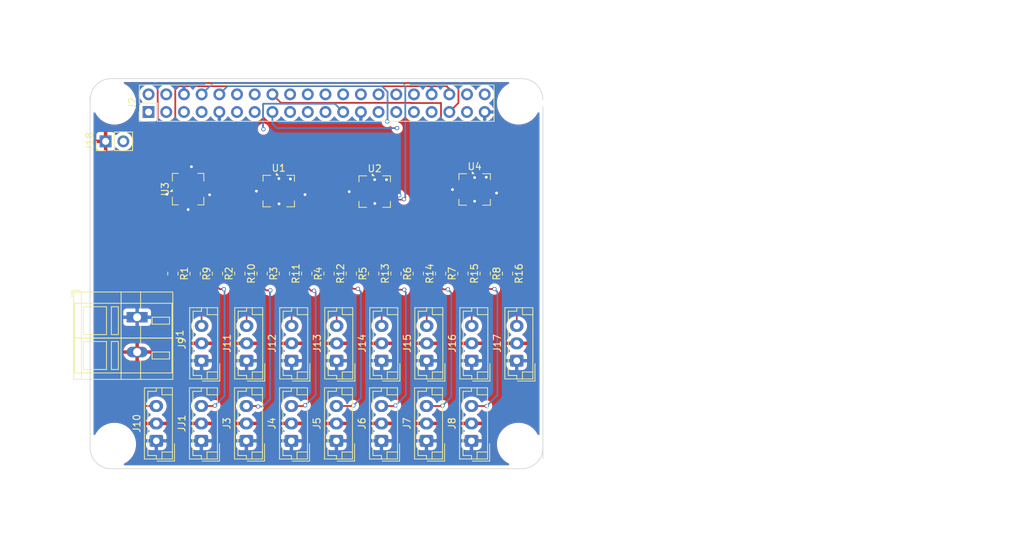
<source format=kicad_pcb>
(kicad_pcb (version 20240108) (generator "pcbnew") (generator_version "8.0")
  (layers (0 "F.Cu" signal) (31 "B.Cu" signal) (34 "B.Paste" user) (35 "F.Paste" user) (36 "B.SilkS" user "B.Silkscreen") (37 "F.SilkS" user "F.Silkscreen") (38 "B.Mask" user) (39 "F.Mask" user) (44 "Edge.Cuts" user))
  (net 0 "")
  (net 1 "/RPI_5V")
  (net 2 "Net-(J10-Pin_3)")
  (net 3 "Net-(J3-Pin_3)")
  (net 4 "Net-(J4-Pin_3)")
  (net 5 "Net-(J5-Pin_3)")
  (net 6 "Net-(J6-Pin_3)")
  (net 7 "Net-(J7-Pin_3)")
  (net 8 "Net-(J8-Pin_3)")
  (net 9 "Net-(J9-Pin_3)")
  (net 10 "Net-(J11-Pin_3)")
  (net 11 "Net-(J12-Pin_3)")
  (net 12 "Net-(J13-Pin_3)")
  (net 13 "Net-(J14-Pin_3)")
  (net 14 "Net-(J15-Pin_3)")
  (net 15 "Net-(J16-Pin_3)")
  (net 16 "Net-(J17-Pin_3)")
  (net 17 "Net-(JJ1-Pin_3)")
  (net 18 "/SHIFT6")
  (net 19 "/SHIFT8")
  (net 21 "/SHIFT4")
  (net 22 "/SHIFT12")
  (net 23 "/SHIFT11")
  (net 24 "/GND")
  (net 25 "/SHIFT14")
  (net 26 "/5V")
  (net 27 "/SHIFT13")
  (net 29 "/SHIFT9")
  (net 30 "/SHIFT3")
  (net 32 "/SHIFT10")
  (net 34 "/SHIFT15")
  (net 36 "/SHIFT7")
  (net 42 "/SHIFT2")
  (net 43 "/SHIFT5")
  (net 44 "/SHIFT1")
  (net 45 "/SHIFT0")
  (net 50 "/STRIP0")
  (net 51 "/STRIP1")
  (net 52 "/STRIP2")
  (net 53 "/STRIP3")
  (net 54 "/STRIP4")
  (net 55 "/STRIP5")
  (net 56 "/STRIP6")
  (net 57 "/STRIP7")
  (net 58 "/STRIP8")
  (net 59 "/STRIP9")
  (net 60 "/STRIP10")
  (net 61 "/STRIP11")
  (net 62 "/STRIP12")
  (net 63 "/STRIP13")
  (net 64 "/STRIP14")
  (net 65 "/STRIP15")
  (footprint "Connector_JST:JST_EH_B3B-EH-A_1x03_P2.50mm_Vertical" (layer "F.Cu") (at 146.392855 115.5 90)
    (property "Reference" "J4")
    (property "Value" "STRIP3")
  )
  (footprint "Resistor_SMD:R_0805_2012Metric" (layer "F.Cu") (at 138.9875 91.4875 -90)
    (property "Reference" "R10")
    (property "Value" "330" (hide yes))
  )
  (footprint "Connector_JST:JST_EH_B3B-EH-A_1x03_P2.50mm_Vertical" (layer "F.Cu") (at 133.5 104 90)
    (property "Reference" "J9")
    (property "Value" "STRIP8")
  )
  (footprint "Resistor_SMD:R_0805_2012Metric" (layer "F.Cu") (at 135.784375 91.4875 -90)
    (property "Reference" "R2")
    (property "Value" "330" (hide yes))
  )
  (footprint "Resistor_SMD:R_0805_2012Metric" (layer "F.Cu") (at 142.190625 91.4875 -90)
    (property "Reference" "R3")
    (property "Value" "330" (hide yes))
  )
  (footprint "Resistor_SMD:R_0805_2012Metric" (layer "F.Cu") (at 132.58125 91.4875 -90)
    (property "Reference" "R9")
    (property "Value" "330" (hide yes))
  )
  (footprint "Resistor_SMD:R_0805_2012Metric" (layer "F.Cu") (at 155.003125 91.4875 -90)
    (property "Reference" "R5")
    (property "Value" "330" (hide yes))
  )
  (footprint "Resistor_SMD:R_0805_2012Metric" (layer "F.Cu") (at 167.815625 91.4875 -90)
    (property "Reference" "R7")
    (property "Value" "330" (hide yes))
  )
  (footprint "Connector_JST:JST_EH_B3B-EH-A_1x03_P2.50mm_Vertical" (layer "F.Cu") (at 139.964285 104 90)
    (property "Reference" "J11")
    (property "Value" "STRIP9")
  )
  (footprint "Connector_JST:JST_EH_B3B-EH-A_1x03_P2.50mm_Vertical" (layer "F.Cu") (at 159.321425 115.5 90)
    (property "Reference" "J6")
    (property "Value" "STRIP5")
  )
  (footprint "Resistor_SMD:R_0805_2012Metric" (layer "F.Cu") (at 148.596875 91.4875 -90)
    (property "Reference" "R4")
    (property "Value" "330" (hide yes))
  )
  (footprint "Package_DFN_QFN:Texas_S-PVQFN-N14" (layer "F.Cu") (at 144.575 79.6375)
    (property "Reference" "U1")
    (property "Value" "SN74AHCT125RGYR" (hide yes))
  )
  (footprint "RPi_Hat:RPi_Hat_Mounting_Hole" (layer "F.Cu") (at 179 67)
    (property "Reference" "" (hide yes))
    (property "Value" "" (hide yes))
  )
  (footprint "Connector_JST:JST_EH_B3B-EH-A_1x03_P2.50mm_Vertical" (layer "F.Cu") (at 152.892855 104 90)
    (property "Reference" "J13")
    (property "Value" "STRIP11")
  )
  (footprint "Resistor_SMD:R_0805_2012Metric" (layer "F.Cu") (at 129.378125 91.4875 -90)
    (property "Reference" "R1")
    (property "Value" "330" (hide yes))
  )
  (footprint "Resistor_SMD:R_0805_2012Metric" (layer "F.Cu") (at 151.8 91.4875 -90)
    (property "Reference" "R12")
    (property "Value" "330" (hide yes))
  )
  (footprint "RPi_Hat:RPi_Hat_Mounting_Hole" (layer "F.Cu") (at 121 116)
    (property "Reference" "" (hide yes))
    (property "Value" "" (hide yes))
  )
  (footprint "Resistor_SMD:R_0805_2012Metric" (layer "F.Cu") (at 171.01875 91.4875 -90)
    (property "Reference" "R15")
    (property "Value" "330" (hide yes))
  )
  (footprint "Resistor_SMD:R_0805_2012Metric" (layer "F.Cu") (at 145.39375 91.4875 -90)
    (property "Reference" "R11")
    (property "Value" "330" (hide yes))
  )
  (footprint "Resistor_SMD:R_0805_2012Metric" (layer "F.Cu") (at 174.221875 91.4875 -90)
    (property "Reference" "R8")
    (property "Value" "330" (hide yes))
  )
  (footprint "Connector_JST:JST_EH_B3B-EH-A_1x03_P2.50mm_Vertical" (layer "F.Cu") (at 172.28571 104 90)
    (property "Reference" "J16")
    (property "Value" "STRIP14")
  )
  (footprint "Connector_JST:JST_EH_B3B-EH-A_1x03_P2.50mm_Vertical" (layer "F.Cu") (at 178.75 104 90)
    (property "Reference" "J17")
    (property "Value" "STRIP15")
  )
  (footprint "Resistor_SMD:R_0805_2012Metric" (layer "F.Cu") (at 161.409375 91.4875 -90)
    (property "Reference" "R6")
    (property "Value" "330" (hide yes))
  )
  (footprint "Connector_JST:JST_EH_B3B-EH-A_1x03_P2.50mm_Vertical" (layer "F.Cu") (at 152.85714 115.5 90)
    (property "Reference" "J5")
    (property "Value" "STRIP4")
  )
  (footprint "Connector_PinHeader_2.54mm:PinHeader_2x20_P2.54mm_Vertical" (layer "F.Cu") (at 125.89 68.29 90)
    (property "Reference" "J2")
    (property "Value" "RPi")
  )
  (footprint "Connector_JST:JST_EH_B3B-EH-A_1x03_P2.50mm_Vertical" (layer "F.Cu") (at 165.821425 104 90)
    (property "Reference" "J15")
    (property "Value" "STRIP13")
  )
  (footprint "Package_DFN_QFN:Texas_S-PVQFN-N14" (layer "F.Cu") (at 172.7 79.4125)
    (property "Reference" "U4")
    (property "Value" "SN74AHCT125RGYR" (hide yes))
  )
  (footprint "RPi_Hat:RPi_Hat_Mounting_Hole" (layer "F.Cu") (at 179 116)
    (property "Reference" "" (hide yes))
    (property "Value" "" (hide yes))
  )
  (footprint "RPi_Hat:RPi_Hat_Mounting_Hole" (layer "F.Cu") (at 121 67)
    (property "Reference" "" (hide yes))
    (property "Value" "" (hide yes))
  )
  (footprint "Connector_JST:JST_EH_B3B-EH-A_1x03_P2.50mm_Vertical" (layer "F.Cu") (at 159.35714 104 90)
    (property "Reference" "J14")
    (property "Value" "STRIP12")
  )
  (footprint "Resistor_SMD:R_0805_2012Metric" (layer "F.Cu") (at 164.6125 91.4875 -90)
    (property "Reference" "R14")
    (property "Value" "330" (hide yes))
  )
  (footprint "Package_DFN_QFN:Texas_S-PVQFN-N14" (layer "F.Cu") (at 131.5625 79.3625 90)
    (property "Reference" "U3")
    (property "Value" "SN74AHCT125RGYR" (hide yes))
  )
  (footprint "Connector_JST:JST_EH_B3B-EH-A_1x03_P2.50mm_Vertical" (layer "F.Cu") (at 165.78571 115.5 90)
    (property "Reference" "J7")
    (property "Value" "STRIP6")
  )
  (footprint "Connector_PinHeader_2.54mm:PinHeader_1x02_P2.54mm_Vertical" (layer "F.Cu") (at 119.725 72.5 90)
    (property "Reference" "J18")
    (property "Value" "RPI POWER JMP")
  )
  (footprint "Connector_JST:JST_EH_B3B-EH-A_1x03_P2.50mm_Vertical" (layer "F.Cu") (at 133.464285 115.5 90)
    (property "Reference" "JJ1")
    (property "Value" "STRIP1")
  )
  (footprint "Connector_JST:JST_EH_B3B-EH-A_1x03_P2.50mm_Vertical" (layer "F.Cu") (at 172.25 115.5 90)
    (property "Reference" "J8")
    (property "Value" "STRIP7")
  )
  (footprint "Package_DFN_QFN:Texas_S-PVQFN-N14" (layer "F.Cu") (at 158.35 79.7125)
    (property "Reference" "U2")
    (property "Value" "SN74AHCT125RGYR" (hide yes))
  )
  (footprint "Resistor_SMD:R_0805_2012Metric" (layer "F.Cu") (at 158.20625 91.4875 -90)
    (property "Reference" "R13")
    (property "Value" "330" (hide yes))
  )
  (footprint "Connector_JST:JST_EH_B3B-EH-A_1x03_P2.50mm_Vertical" (layer "F.Cu") (at 127 115.5 90)
    (property "Reference" "J10")
    (property "Value" "STRIP0")
  )
  (footprint "Connector_JST:JST_EH_B3B-EH-A_1x03_P2.50mm_Vertical" (layer "F.Cu") (at 139.92857 115.5 90)
    (property "Reference" "J3")
    (property "Value" "STRIP2")
  )
  (footprint "Connector_JST:JST_EH_B3B-EH-A_1x03_P2.50mm_Vertical" (layer "F.Cu") (at 146.42857 104 90)
    (property "Reference" "J12")
    (property "Value" "STRIP10")
  )
  (footprint "TerminalBlock_WAGO:TerminalBlock_WAGO_236-102_1x02_P5.00mm_45Degree" (layer "F.Cu") (at 124.25 97.75 -90)
    (property "Reference" "J1")
    (property "Value" "Screw_Terminal_01x02" (hide yes))
  )
  (footprint "Resistor_SMD:R_0805_2012Metric" (layer "F.Cu") (at 177.425 91.4875 -90)
    (property "Reference" "R16")
    (property "Value" "330" (hide yes))
  )
  (gr_line (start 120.5 63.5) (end 179.5 63.5) (stroke (width 0.1)) (layer "Edge.Cuts"))
  (gr_arc (start 120.5 119.5) (mid 118.37868 118.62132) (end 117.5 116.5) (stroke (width 0.1)) (layer "Edge.Cuts"))
  (gr_arc (start 117.5 66.5) (mid 118.37868 64.37868) (end 120.5 63.5) (stroke (width 0.1)) (layer "Edge.Cuts"))
  (gr_line (start 120.5 119.5) (end 179.5 119.5) (stroke (width 0.1)) (layer "Edge.Cuts"))
  (gr_arc (start 179.5 63.5) (mid 181.62132 64.37868) (end 182.5 66.5) (stroke (width 0.1)) (layer "Edge.Cuts"))
  (gr_line (start 117.5 66) (end 117.5 116.5) (stroke (width 0.1)) (layer "Edge.Cuts"))
  (gr_arc (start 182.5 116.5) (mid 181.62132 118.62132) (end 179.5 119.5) (stroke (width 0.1)) (layer "Edge.Cuts"))
  (gr_line (start 182.5 67.55) (end 182.5 118.05) (stroke (width 0.1)) (layer "Edge.Cuts"))
  (segment (start 120.85 109.1) (end 120.85 93.625) (width 0.25) (layer "F.Cu") (net 2))
  (segment (start 122.075 92.4) (end 129.378125 92.4) (width 0.25) (layer "F.Cu") (net 2))
  (segment (start 127 110.5) (end 122.25 110.5) (width 0.25) (layer "F.Cu") (net 2))
  (segment (start 120.85 93.625) (end 122.075 92.4) (width 0.25) (layer "F.Cu") (net 2))
  (segment (start 127 110.5) (end 127.55 110.5) (width 0.25) (layer "F.Cu") (net 2))
  (segment (start 122.25 110.5) (end 120.85 109.1) (width 0.25) (layer "F.Cu") (net 2))
  (segment (start 142.775 93.9) (end 142.175 93.3) (width 0.25) (layer "F.Cu") (net 3))
  (segment (start 143.375 93.9) (end 142.775 93.9) (width 0.25) (layer "F.Cu") (net 3))
  (segment (start 139.92857 110.5) (end 141.55 110.5) (width 0.25) (layer "F.Cu") (net 3))
  (segment (start 142.190625 93.284375) (end 142.190625 92.4) (width 0.25) (layer "F.Cu") (net 3))
  (segment (start 142.175 93.3) (end 142.190625 93.284375) (width 0.25) (layer "F.Cu") (net 3))
  (segment (start 141.55 110.5) (end 141.625 110.575) (width 0.25) (layer "F.Cu") (net 3))
  (via (at 143.375 93.9) (size 0.6) (drill 0.4) (layers "F.Cu" "B.Cu") (net 3))
  (via (at 141.625 110.575) (size 0.6) (drill 0.4) (layers "F.Cu" "B.Cu") (net 3))
  (segment (start 143.325 109.525) (end 143.325 93.95) (width 0.25) (layer "B.Cu") (net 3))
  (segment (start 142.275 110.575) (end 143.325 109.525) (width 0.25) (layer "B.Cu") (net 3))
  (segment (start 141.625 110.575) (end 142.275 110.575) (width 0.25) (layer "B.Cu") (net 3))
  (segment (start 143.325 93.95) (end 143.375 93.9) (width 0.25) (layer "B.Cu") (net 3))
  (segment (start 148.375 110.4) (end 148.35 110.425) (width 0.25) (layer "F.Cu") (net 4))
  (segment (start 149.2 93.95) (end 148.596875 93.346875) (width 0.25) (layer "F.Cu") (net 4))
  (segment (start 148.596875 93.346875) (end 148.596875 92.4) (width 0.25) (layer "F.Cu") (net 4))
  (segment (start 146.392855 110.5) (end 148.275 110.5) (width 0.25) (layer "F.Cu") (net 4))
  (segment (start 149.65 93.95) (end 149.2 93.95) (width 0.25) (layer "F.Cu") (net 4))
  (segment (start 148.275 110.5) (end 148.375 110.4) (width 0.25) (layer "F.Cu") (net 4))
  (via (at 149.65 93.95) (size 0.6) (drill 0.4) (layers "F.Cu" "B.Cu") (net 4))
  (via (at 148.375 110.4) (size 0.6) (drill 0.4) (layers "F.Cu" "B.Cu") (net 4))
  (segment (start 148.375 110.4) (end 149.875 108.9) (width 0.25) (layer "B.Cu") (net 4))
  (segment (start 149.875 108.9) (end 149.875 94.175) (width 0.25) (layer "B.Cu") (net 4))
  (segment (start 149.875 94.175) (end 149.65 93.95) (width 0.25) (layer "B.Cu") (net 4))
  (segment (start 155.275 93.675) (end 155 93.4) (width 0.25) (layer "F.Cu") (net 5))
  (segment (start 155.95 93.675) (end 155.275 93.675) (width 0.25) (layer "F.Cu") (net 5))
  (segment (start 155.3 110.4) (end 155.275 110.425) (width 0.25) (layer "F.Cu") (net 5))
  (segment (start 155 93.4) (end 155.003125 93.396875) (width 0.25) (layer "F.Cu") (net 5))
  (segment (start 155.3 110.425) (end 155.3 110.4) (width 0.25) (layer "F.Cu") (net 5))
  (segment (start 155.275 110.425) (end 155.3 110.425) (width 0.25) (layer "F.Cu") (net 5))
  (segment (start 155.003125 93.396875) (end 155.003125 92.4) (width 0.25) (layer "F.Cu") (net 5))
  (segment (start 155.2 110.5) (end 155.275 110.425) (width 0.25) (layer "F.Cu") (net 5))
  (segment (start 152.85714 110.5) (end 155.2 110.5) (width 0.25) (layer "F.Cu") (net 5))
  (via (at 155.95 93.675) (size 0.6) (drill 0.4) (layers "F.Cu" "B.Cu") (net 5))
  (via (at 155.3 110.425) (size 0.6) (drill 0.4) (layers "F.Cu" "B.Cu") (net 5))
  (segment (start 155.3 110.425) (end 156.375 109.35) (width 0.25) (layer "B.Cu") (net 5))
  (segment (start 156.375 109.35) (end 156.375 94.1) (width 0.25) (layer "B.Cu") (net 5))
  (segment (start 156.375 94.1) (end 155.95 93.675) (width 0.25) (layer "B.Cu") (net 5))
  (segment (start 161.275 110.425) (end 161.35 110.425) (width 0.25) (layer "F.Cu") (net 6))
  (segment (start 161.409375 93.390625) (end 161.409375 92.4) (width 0.25) (layer "F.Cu") (net 6))
  (segment (start 161.35 110.425) (end 161.35 110.35) (width 0.25) (layer "F.Cu") (net 6))
  (segment (start 161.2 110.5) (end 161.275 110.425) (width 0.25) (layer "F.Cu") (net 6))
  (segment (start 161.75 93.8) (end 161.375 93.425) (width 0.25) (layer "F.Cu") (net 6))
  (segment (start 161.375 93.425) (end 161.409375 93.390625) (width 0.25) (layer "F.Cu") (net 6))
  (segment (start 159.321425 110.5) (end 161.2 110.5) (width 0.25) (layer "F.Cu") (net 6))
  (segment (start 161.35 110.35) (end 161.225 110.475) (width 0.25) (layer "F.Cu") (net 6))
  (segment (start 162.6 93.8) (end 161.75 93.8) (width 0.25) (layer "F.Cu") (net 6))
  (via (at 162.6 93.8) (size 0.6) (drill 0.4) (layers "F.Cu" "B.Cu") (net 6))
  (via (at 161.35 110.425) (size 0.6) (drill 0.4) (layers "F.Cu" "B.Cu") (net 6))
  (segment (start 162.6 93.95) (end 162.6 93.8) (width 0.25) (layer "B.Cu") (net 6))
  (segment (start 162.825 94.175) (end 162.6 93.95) (width 0.25) (layer "B.Cu") (net 6))
  (segment (start 162.825 108.95) (end 162.825 94.175) (width 0.25) (layer "B.Cu") (net 6))
  (segment (start 161.35 110.425) (end 162.825 108.95) (width 0.25) (layer "B.Cu") (net 6))
  (segment (start 165.78571 110.5) (end 167.975 110.5) (width 0.25) (layer "F.Cu") (net 7))
  (segment (start 168.1 110.45) (end 168.1 110.375) (width 0.25) (layer "F.Cu") (net 7))
  (segment (start 167.815625 93.365625) (end 167.815625 92.4) (width 0.25) (layer "F.Cu") (net 7))
  (segment (start 168.025 110.45) (end 168.1 110.45) (width 0.25) (layer "F.Cu") (net 7))
  (segment (start 168.1 110.375) (end 168.075 110.4) (width 0.25) (layer "F.Cu") (net 7))
  (segment (start 168.2 93.75) (end 167.815625 93.365625) (width 0.25) (layer "F.Cu") (net 7))
  (segment (start 167.975 110.5) (end 168.025 110.45) (width 0.25) (layer "F.Cu") (net 7))
  (segment (start 168.875 93.75) (end 168.2 93.75) (width 0.25) (layer "F.Cu") (net 7))
  (via (at 168.1 110.45) (size 0.6) (drill 0.4) (layers "F.Cu" "B.Cu") (net 7))
  (via (at 168.875 93.75) (size 0.6) (drill 0.4) (layers "F.Cu" "B.Cu") (net 7))
  (segment (start 168.1 110.45) (end 169.35 109.2) (width 0.25) (layer "B.Cu") (net 7))
  (segment (start 169.35 109.2) (end 169.35 94.225) (width 0.25) (layer "B.Cu") (net 7))
  (segment (start 169.35 94.225) (end 168.875 93.75) (width 0.25) (layer "B.Cu") (net 7))
  (segment (start 175.55 93.7) (end 174.625 93.7) (width 0.25) (layer "F.Cu") (net 8))
  (segment (start 172.25 110.5) (end 174.425 110.5) (width 0.25) (layer "F.Cu") (net 8))
  (segment (start 174.221875 93.296875) (end 174.221875 92.4) (width 0.25) (layer "F.Cu") (net 8))
  (segment (start 174.625 93.7) (end 174.221875 93.296875) (width 0.25) (layer "F.Cu") (net 8))
  (via (at 174.425 110.5) (size 0.6) (drill 0.4) (layers "F.Cu" "B.Cu") (net 8))
  (via (at 175.55 93.7) (size 0.6) (drill 0.4) (layers "F.Cu" "B.Cu") (net 8))
  (segment (start 175.975 94.125) (end 175.55 93.7) (width 0.25) (layer "B.Cu") (net 8))
  (segment (start 174.425 110.5) (end 175.975 108.95) (width 0.25) (layer "B.Cu") (net 8))
  (segment (start 175.975 108.95) (end 175.975 94.125) (width 0.25) (layer "B.Cu") (net 8))
  (segment (start 133.5 93.825) (end 133.575 93.75) (width 0.25) (layer "F.Cu") (net 9))
  (segment (start 133.575 93.75) (end 132.58125 92.75625) (width 0.25) (layer "F.Cu") (net 9))
  (segment (start 133.5 99) (end 133.5 93.825) (width 0.25) (layer "F.Cu") (net 9))
  (segment (start 132.58125 92.75625) (end 132.58125 92.4) (width 0.25) (layer "F.Cu") (net 9))
  (segment (start 139.964285 93.376785) (end 138.9875 92.4) (width 0.25) (layer "F.Cu") (net 10))
  (segment (start 139.964285 99) (end 139.964285 93.376785) (width 0.25) (layer "F.Cu") (net 10))
  (segment (start 146.42857 94.10357) (end 145.39375 93.06875) (width 0.25) (layer "F.Cu") (net 11))
  (segment (start 146.42857 99) (end 146.42857 94.10357) (width 0.25) (layer "F.Cu") (net 11))
  (segment (start 145.39375 93.06875) (end 145.39375 92.4) (width 0.25) (layer "F.Cu") (net 11))
  (segment (start 152.892855 99) (end 152.892855 94.167855) (width 0.25) (layer "F.Cu") (net 12))
  (segment (start 152.892855 94.167855) (end 151.8 93.075) (width 0.25) (layer "F.Cu") (net 12))
  (segment (start 151.8 93.075) (end 151.8 92.4) (width 0.25) (layer "F.Cu") (net 12))
  (segment (start 159.35714 94.20714) (end 158.20625 93.05625) (width 0.25) (layer "F.Cu") (net 13))
  (segment (start 159.35714 99) (end 159.35714 94.20714) (width 0.25) (layer "F.Cu") (net 13))
  (segment (start 158.20625 93.05625) (end 158.20625 92.4) (width 0.25) (layer "F.Cu") (net 13))
  (segment (start 164.6125 92.9875) (end 164.6125 92.4) (width 0.25) (layer "F.Cu") (net 14))
  (segment (start 165.821425 99) (end 165.821425 94.196425) (width 0.25) (layer "F.Cu") (net 14))
  (segment (start 165.821425 94.196425) (end 164.6125 92.9875) (width 0.25) (layer "F.Cu") (net 14))
  (segment (start 172.28571 93.91429) (end 172.3 93.9) (width 0.25) (layer "F.Cu") (net 15))
  (segment (start 172.28571 99) (end 172.28571 93.91429) (width 0.25) (layer "F.Cu") (net 15))
  (segment (start 171.01875 92.61875) (end 171.01875 92.4) (width 0.25) (layer "F.Cu") (net 15))
  (segment (start 172.3 93.9) (end 171.01875 92.61875) (width 0.25) (layer "F.Cu") (net 15))
  (segment (start 178.75 93.95) (end 177.425 92.625) (width 0.25) (layer "F.Cu") (net 16))
  (segment (start 178.75 99) (end 178.75 93.95) (width 0.25) (layer "F.Cu") (net 16))
  (segment (start 177.425 92.625) (end 177.425 92.4) (width 0.25) (layer "F.Cu") (net 16))
  (segment (start 136.7 93.725) (end 136.1 93.725) (width 0.25) (layer "F.Cu") (net 17))
  (segment (start 133.464285 110.5) (end 135.325 110.5) (width 0.25) (layer "F.Cu") (net 17))
  (segment (start 135.784375 93.409375) (end 135.784375 92.4) (width 0.25) (layer "F.Cu") (net 17))
  (segment (start 135.4 110.45) (end 135.4 110.425) (width 0.25) (layer "F.Cu") (net 17))
  (segment (start 135.375 110.45) (end 135.4 110.45) (width 0.25) (layer "F.Cu") (net 17))
  (segment (start 135.4 110.425) (end 135.375 110.45) (width 0.25) (layer "F.Cu") (net 17))
  (segment (start 136.1 93.725) (end 135.784375 93.409375) (width 0.25) (layer "F.Cu") (net 17))
  (segment (start 135.325 110.5) (end 135.375 110.45) (width 0.25) (layer "F.Cu") (net 17))
  (via (at 135.4 110.45) (size 0.6) (drill 0.4) (layers "F.Cu" "B.Cu") (net 17))
  (via (at 136.7 93.725) (size 0.6) (drill 0.4) (layers "F.Cu" "B.Cu") (net 17))
  (segment (start 136.8 93.825) (end 136.7 93.725) (width 0.25) (layer "B.Cu") (net 17))
  (segment (start 135.4 110.45) (end 136.8 109.05) (width 0.25) (layer "B.Cu") (net 17))
  (segment (start 136.8 109.05) (end 136.8 93.825) (width 0.25) (layer "B.Cu") (net 17))
  (segment (start 160.2375 80.875) (end 160.075 80.7125) (width 0.25) (layer "F.Cu") (net 18))
  (segment (start 162.55 80.8) (end 162.475 80.875) (width 0.25) (layer "F.Cu") (net 18))
  (segment (start 162.475 80.875) (end 160.2375 80.875) (width 0.25) (layer "F.Cu") (net 18))
  (via (at 162.55 80.8) (size 0.6) (drill 0.4) (layers "F.Cu" "B.Cu") (net 18))
  (segment (start 162.75 80.6) (end 162.55 80.8) (width 0.25) (layer "B.Cu") (net 18))
  (segment (start 162.75 64.475) (end 162.75 80.6) (width 0.25) (layer "B.Cu") (net 18))
  (segment (start 162.4 64.125) (end 162.75 64.475) (width 0.25) (layer "B.Cu") (net 18))
  (segment (start 135.135 64.125) (end 162.4 64.125) (width 0.25) (layer "B.Cu") (net 18))
  (segment (start 133.51 65.75) (end 135.135 64.125) (width 0.25) (layer "B.Cu") (net 18))
  (segment (start 129.725 65.075) (end 129.725 70.45) (width 0.25) (layer "F.Cu") (net 19))
  (segment (start 169.07 64.97) (end 168.75 64.65) (width 0.25) (layer "F.Cu") (net 19))
  (segment (start 169.07 65.75) (end 169.07 64.97) (width 0.25) (layer "F.Cu") (net 19))
  (segment (start 168.75 64.65) (end 168.675 64.575) (width 0.25) (layer "F.Cu") (net 19))
  (segment (start 168.675 64.575) (end 130.225 64.575) (width 0.25) (layer "F.Cu") (net 19))
  (segment (start 130.225 64.575) (end 129.725 65.075) (width 0.25) (layer "F.Cu") (net 19))
  (segment (start 170.375 64.175) (end 170.325 64.125) (width 0.25) (layer "F.Cu") (net 23))
  (segment (start 127.2 70.575) (end 127.175 70.6) (width 0.25) (layer "F.Cu") (net 23))
  (segment (start 127.2 64.125) (end 127.2 70.575) (width 0.25) (layer "F.Cu") (net 23))
  (segment (start 170.375 66.985) (end 170.375 66.65) (width 0.25) (layer "F.Cu") (net 23))
  (segment (start 170.325 64.125) (end 127.2 64.125) (width 0.25) (layer "F.Cu") (net 23))
  (segment (start 170.375 66.65) (end 170.375 64.175) (width 0.25) (layer "F.Cu") (net 23))
  (segment (start 169.07 68.29) (end 170.375 66.985) (width 0.25) (layer "F.Cu") (net 23))
  (segment (start 146.25 77.9) (end 146.25 78.5875) (width 0.25) (layer "F.Cu") (net 24))
  (segment (start 146.3 80.1375) (end 148.3375 80.1375) (width 0.25) (layer "F.Cu") (net 24))
  (segment (start 142.8375 79.65) (end 142.85 79.6375) (width 0.25) (layer "F.Cu") (net 24))
  (segment (start 160.075 80.2125) (end 161.8375 80.2125) (width 0.25) (layer "F.Cu") (net 24))
  (segment (start 158.3375 77.9875) (end 158.35 78) (width 0.25) (layer "F.Cu") (net 24))
  (segment (start 170.9625 79.425) (end 170.975 79.4125) (width 0.25) (layer "F.Cu") (net 24))
  (segment (start 174.425 77.7) (end 174.375 77.65) (width 0.25) (layer "F.Cu") (net 24))
  (segment (start 172.6875 77.6875) (end 172.7 77.7) (width 0.25) (layer "F.Cu") (net 24))
  (segment (start 174.425 78.4125) (end 174.425 77.7) (width 0.25) (layer "F.Cu") (net 24))
  (segment (start 133.35 80.175) (end 133.2875 80.1125) (width 0.25) (layer "F.Cu") (net 24))
  (segment (start 128.525 80.1) (end 129.825 80.1) (width 0.25) (layer "F.Cu") (net 24))
  (segment (start 160.05 78) (end 160.05 78.6875) (width 0.25) (layer "F.Cu") (net 24))
  (segment (start 148.3375 80.1375) (end 148.35 80.15) (width 0.25) (layer "F.Cu") (net 24))
  (segment (start 146.25 78.5875) (end 146.3 78.6375) (width 0.25) (layer "F.Cu") (net 24))
  (segment (start 131.575 82.3) (end 131.575 81.1) (width 0.25) (layer "F.Cu") (net 24))
  (segment (start 143.825 77.9125) (end 144.5375 77.9125) (width 0.25) (layer "F.Cu") (net 24))
  (segment (start 144.5125 81.3625) (end 144.625 81.475) (width 0.25) (layer "F.Cu") (net 24))
  (segment (start 158.3625 81.4375) (end 158.375 81.425) (width 0.25) (layer "F.Cu") (net 24))
  (segment (start 156.6125 79.725) (end 156.625 79.7125) (width 0.25) (layer "F.Cu") (net 24))
  (segment (start 132.0625 76.1625) (end 132.05 76.15) (width 0.25) (layer "F.Cu") (net 24))
  (segment (start 160.05 78.6875) (end 160.075 78.7125) (width 0.25) (layer "F.Cu") (net 24))
  (segment (start 144.5375 77.9125) (end 144.6 77.85) (width 0.25) (layer "F.Cu") (net 24))
  (segment (start 154.7 79.725) (end 156.6125 79.725) (width 0.25) (layer "F.Cu") (net 24))
  (segment (start 161.8375 80.2125) (end 161.875 80.25) (width 0.25) (layer "F.Cu") (net 24))
  (segment (start 175.8375 79.9125) (end 175.85 79.925) (width 0.25) (layer "F.Cu") (net 24))
  (segment (start 134.65 80.175) (end 133.35 80.175) (width 0.25) (layer "F.Cu") (net 24))
  (segment (start 174.425 79.9125) (end 175.8375 79.9125) (width 0.25) (layer "F.Cu") (net 24))
  (segment (start 143.825 81.3625) (end 144.5125 81.3625) (width 0.25) (layer "F.Cu") (net 24))
  (segment (start 157.6 77.9875) (end 158.3375 77.9875) (width 0.25) (layer "F.Cu") (net 24))
  (segment (start 172.6625 81.1375) (end 172.7 81.1) (width 0.25) (layer "F.Cu") (net 24))
  (segment (start 171.95 77.6875) (end 172.6875 77.6875) (width 0.25) (layer "F.Cu") (net 24))
  (segment (start 141.375 79.65) (end 142.8375 79.65) (width 0.25) (layer "F.Cu") (net 24))
  (segment (start 131.575 81.1) (end 131.5625 81.0875) (width 0.25) (layer "F.Cu") (net 24))
  (segment (start 157.6 81.4375) (end 158.3625 81.4375) (width 0.25) (layer "F.Cu") (net 24))
  (segment (start 169.525 79.425) (end 170.9625 79.425) (width 0.25) (layer "F.Cu") (net 24))
  (segment (start 132.0625 77.6375) (end 132.0625 76.1625) (width 0.25) (layer "F.Cu") (net 24))
  (segment (start 171.95 81.1375) (end 172.6625 81.1375) (width 0.25) (layer "F.Cu") (net 24))
  (segment (start 129.825 80.1) (end 129.8375 80.1125) (width 0.25) (layer "F.Cu") (net 24))
  (via (at 175.85 79.925) (size 0.6) (drill 0.4) (layers "F.Cu" "B.Cu") (net 24))
  (via (at 134.65 80.175) (size 0.6) (drill 0.4) (layers "F.Cu" "B.Cu") (net 24))
  (via (at 132.05 76.15) (size 0.6) (drill 0.4) (layers "F.Cu" "B.Cu") (net 24))
  (via (at 146.25 77.9) (size 0.6) (drill 0.4) (layers "F.Cu" "B.Cu") (net 24))
  (via (at 160.05 78) (size 0.6) (drill 0.4) (layers "F.Cu" "B.Cu") (net 24))
  (via (at 172.7 81.1) (size 0.6) (drill 0.4) (layers "F.Cu" "B.Cu") (net 24))
  (via (at 131.575 82.3) (size 0.6) (drill 0.4) (layers "F.Cu" "B.Cu") (net 24))
  (via (at 158.35 78) (size 0.6) (drill 0.4) (layers "F.Cu" "B.Cu") (net 24))
  (via (at 141.375 79.65) (size 0.6) (drill 0.4) (layers "F.Cu" "B.Cu") (net 24))
  (via (at 161.875 80.25) (size 0.6) (drill 0.4) (layers "F.Cu" "B.Cu") (net 24))
  (via (at 148.35 80.15) (size 0.6) (drill 0.4) (layers "F.Cu" "B.Cu") (net 24))
  (via (at 174.375 77.65) (size 0.6) (drill 0.4) (layers "F.Cu" "B.Cu") (net 24))
  (via (at 169.525 79.425) (size 0.6) (drill 0.4) (layers "F.Cu" "B.Cu") (net 24))
  (via (at 128.525 80.1) (size 0.6) (drill 0.4) (layers "F.Cu" "B.Cu") (net 24))
  (via (at 154.7 79.725) (size 0.6) (drill 0.4) (layers "F.Cu" "B.Cu") (net 24))
  (via (at 172.7 77.7) (size 0.6) (drill 0.4) (layers "F.Cu" "B.Cu") (net 24))
  (via (at 144.625 81.475) (size 0.6) (drill 0.4) (layers "F.Cu" "B.Cu") (net 24))
  (via (at 158.375 81.425) (size 0.6) (drill 0.4) (layers "F.Cu" "B.Cu") (net 24))
  (via (at 144.6 77.85) (size 0.6) (drill 0.4) (layers "F.Cu" "B.Cu") (net 24))
  (via (at 161.575 70.6) (size 0.6) (drill 0.4) (layers "F.Cu" "B.Cu") (net 25))
  (segment (start 143.67 68.29) (end 143.67 69.97) (width 0.25) (layer "B.Cu") (net 25))
  (segment (start 144.3 70.6) (end 161.575 70.6) (width 0.25) (layer "B.Cu") (net 25))
  (segment (start 143.67 69.97) (end 144.3 70.6) (width 0.25) (layer "B.Cu") (net 25))
  (segment (start 145.325 77.9125) (end 145.325 77.125) (width 0.25) (layer "F.Cu") (net 26))
  (via (at 142.375 70.75) (size 0.6) (drill 0.4) (layers "F.Cu" "B.Cu") (net 30))
  (segment (start 142.325 67.15) (end 142.325 70.7) (width 0.25) (layer "B.Cu") (net 30))
  (segment (start 152.64 67.1) (end 142.375 67.1) (width 0.25) (layer "B.Cu") (net 30))
  (segment (start 153.83 68.29) (end 152.64 67.1) (width 0.25) (layer "B.Cu") (net 30))
  (segment (start 142.375 67.1) (end 142.325 67.15) (width 0.25) (layer "B.Cu") (net 30))
  (segment (start 142.325 70.7) (end 142.375 70.75) (width 0.25) (layer "B.Cu") (net 30))
  (segment (start 163.575 66.975) (end 163.6 67) (width 0.25) (layer "F.Cu") (net 34))
  (segment (start 167.875 67) (end 167.875 70.625) (width 0.25) (layer "F.Cu") (net 34))
  (segment (start 146.525 66.975) (end 163.575 66.975) (width 0.25) (layer "F.Cu") (net 34))
  (segment (start 167.875 70.625) (end 167.85 70.65) (width 0.25) (layer "F.Cu") (net 34))
  (segment (start 163.6 67) (end 167.875 67) (width 0.25) (layer "F.Cu") (net 34))
  (segment (start 143.67 65.75) (end 144.895 66.975) (width 0.25) (layer "F.Cu") (net 34))
  (segment (start 144.895 66.975) (end 146.525 66.975) (width 0.25) (layer "F.Cu") (net 34))
  (via (at 160.15 69.65) (size 0.6) (drill 0.4) (layers "F.Cu" "B.Cu") (net 36))
  (segment (start 137.225 64.575) (end 159.396701 64.575) (width 0.25) (layer "B.Cu") (net 36))
  (segment (start 159.396701 64.575) (end 160.2 65.378299) (width 0.25) (layer "B.Cu") (net 36))
  (segment (start 160.2 69.6) (end 160.15 69.65) (width 0.25) (layer "B.Cu") (net 36))
  (segment (start 160.2 65.378299) (end 160.2 69.6) (width 0.25) (layer "B.Cu") (net 36))
  (segment (start 136.05 65.75) (end 137.225 64.575) (width 0.25) (layer "B.Cu") (net 36))
  (segment (start 132.5 89.575) (end 132.58125 89.65625) (width 0.25) (layer "F.Cu") (net 58))
  (segment (start 131.4 89.35) (end 132.5 89.35) (width 0.25) (layer "F.Cu") (net 58))
  (segment (start 130.95 88.9) (end 131.4 89.35) (width 0.25) (layer "F.Cu") (net 58))
  (segment (start 130.95 82.041116) (end 130.95 88.9) (width 0.25) (layer "F.Cu") (net 58))
  (segment (start 132.58125 89.65625) (end 132.58125 90.575) (width 0.25) (layer "F.Cu") (net 58))
  (segment (start 131.0625 81.928616) (end 130.95 82.041116) (width 0.25) (layer "F.Cu") (net 58))
  (segment (start 131.0625 81.0875) (end 131.0625 81.928616) (width 0.25) (layer "F.Cu") (net 58))
  (segment (start 132.5 89.35) (end 132.5 89.575) (width 0.25) (layer "F.Cu") (net 58))
  (segment (start 171.01875 83.03125) (end 171.01875 90.575) (width 0.25) (layer "F.Cu") (net 64))
  (segment (start 171.4 82.65) (end 171.01875 83.03125) (width 0.25) (layer "F.Cu") (net 64))
  (segment (start 173.45 81.1375) (end 173.45 81.75) (width 0.25) (layer "F.Cu") (net 64))
  (segment (start 173.45 81.75) (end 172.55 82.65) (width 0.25) (layer "F.Cu") (net 64))
  (segment (start 172.55 82.65) (end 171.4 82.65) (width 0.25) (layer "F.Cu") (net 64))
  (segment (start 174.425 79.4125) (end 177.2375 79.4125) (width 0.25) (layer "F.Cu") (net 65))
  (segment (start 177.425 79.6) (end 177.425 90.575) (width 0.25) (layer "F.Cu") (net 65))
  (segment (start 177.2375 79.4125) (end 177.425 79.6) (width 0.25) (layer "F.Cu") (net 65))
  (zone (net 26) (net_name "/5V") (layer "F.Cu") (connect_pads (clearance 0.508)) (min_thickness 0.25) (fill yes (thermal_gap 0.5) (thermal_bridge_width 0.5))
    (polygon (pts (xy 113.85 61.225) (xy 184.825 61.175) (xy 184.725 122.225) (xy 114.3 121.625)))
  )
  (zone (net 24) (net_name "/GND") (layer "B.Cu") (priority 1) (connect_pads (clearance 0.508)) (min_thickness 0.25) (fill yes (thermal_gap 0.5) (thermal_bridge_width 0.5))
    (polygon (pts (xy 112.5 59.95) (xy 188.325 59.725) (xy 187.6 124.125) (xy 111.425 124.125)))
  )
)
</source>
